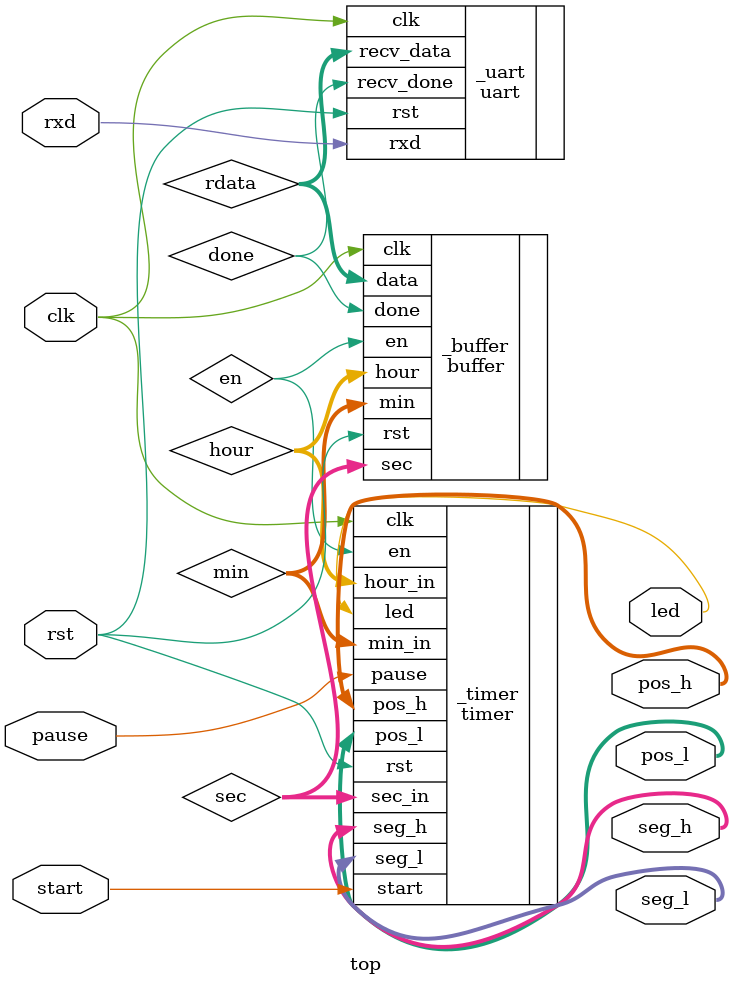
<source format=v>
`timescale 1ns / 1ps


module top(
    input        clk,
    input        rst,
    input        rxd,
    input        start,
    input        pause,
    output       led,
    output [3:0] pos_h,
	output [7:0] seg_h,
	output [3:0] pos_l,
	output [7:0] seg_l
    );
    
    wire done;
    wire en;
    wire [7:0] rdata;
    wire [7:0] hour;
    wire [7:0] min;
    wire [7:0] sec;

    uart _uart(
        .clk (clk),
        .rst (rst),
        .rxd (rxd),
        .recv_done (done),
        .recv_data (rdata)
    );
    
    buffer _buffer(
        .clk (clk),
        .rst (rst),
        .done (done),
        .data (rdata),
        .hour (hour),
        .min (min),
        .sec (sec),
        .en (en)
    );
    
    timer _timer(
        .clk (clk),
        .rst (rst),
        .en (en),
        .start (start),
        .pause (pause),
        .hour_in (hour),
        .min_in (min),
        .sec_in (sec),
        .led (led),
        .pos_h (pos_h),
	    .seg_h (seg_h),
	    .pos_l (pos_l),
	    .seg_l (seg_l)
    );
    
endmodule

</source>
